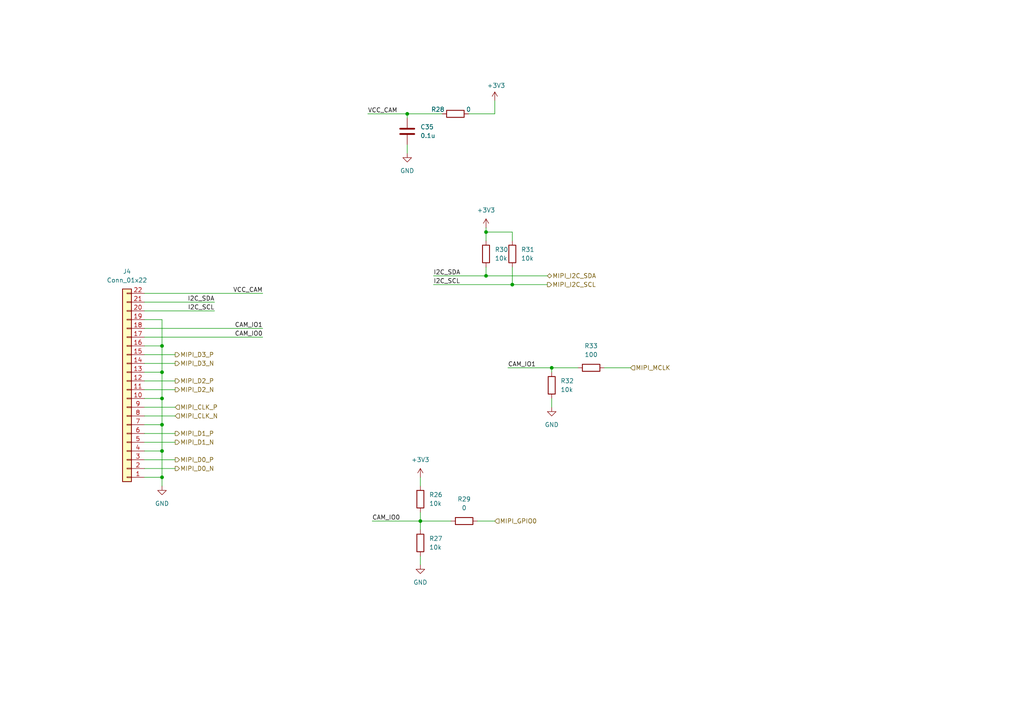
<source format=kicad_sch>
(kicad_sch (version 20211123) (generator eeschema)
  (paper "A4")
  (lib_symbols
    (symbol "Connector_Generic:Conn_01x22" (pin_names (offset 1.016) hide)
      (property "Reference" "J" (at 0 27.94 0))
      (property "Value" "Conn_01x22" (at 0 -30.48 0))
      (symbol "Conn_01x22_1_1"
        (rectangle (start -1.27 -27.813) (end 0 -28.067) (stroke (width 0.1524)))
        (rectangle (start -1.27 -25.273) (end 0 -25.527) (stroke (width 0.1524)))
        (rectangle (start -1.27 -22.733) (end 0 -22.987) (stroke (width 0.1524)))
        (rectangle (start -1.27 -20.193) (end 0 -20.447) (stroke (width 0.1524)))
        (rectangle (start -1.27 -17.653) (end 0 -17.907) (stroke (width 0.1524)))
        (rectangle (start -1.27 -15.113) (end 0 -15.367) (stroke (width 0.1524)))
        (rectangle (start -1.27 -12.573) (end 0 -12.827) (stroke (width 0.1524)))
        (rectangle (start -1.27 -10.033) (end 0 -10.287) (stroke (width 0.1524)))
        (rectangle (start -1.27 -7.493) (end 0 -7.747) (stroke (width 0.1524)))
        (rectangle (start -1.27 -4.953) (end 0 -5.207) (stroke (width 0.1524)))
        (rectangle (start -1.27 -2.413) (end 0 -2.667) (stroke (width 0.1524)))
        (rectangle (start -1.27 0.127) (end 0 -0.127) (stroke (width 0.1524)))
        (rectangle (start -1.27 2.667) (end 0 2.413) (stroke (width 0.1524)))
        (rectangle (start -1.27 5.207) (end 0 4.953) (stroke (width 0.1524)))
        (rectangle (start -1.27 7.747) (end 0 7.493) (stroke (width 0.1524)))
        (rectangle (start -1.27 10.287) (end 0 10.033) (stroke (width 0.1524)))
        (rectangle (start -1.27 12.827) (end 0 12.573) (stroke (width 0.1524)))
        (rectangle (start -1.27 15.367) (end 0 15.113) (stroke (width 0.1524)))
        (rectangle (start -1.27 17.907) (end 0 17.653) (stroke (width 0.1524)))
        (rectangle (start -1.27 20.447) (end 0 20.193) (stroke (width 0.1524)))
        (rectangle (start -1.27 22.987) (end 0 22.733) (stroke (width 0.1524)))
        (rectangle (start -1.27 25.527) (end 0 25.273) (stroke (width 0.1524)))
        (rectangle (start -1.27 26.67) (end 1.27 -29.21) (stroke (width 0.254)) (fill (type background)))
        (pin passive line (at -5.08 25.4 0) (length 3.81) (name "Pin_1") (number "1"))
        (pin passive line (at -5.08 2.54 0) (length 3.81) (name "Pin_10") (number "10"))
        (pin passive line (at -5.08 0 0) (length 3.81) (name "Pin_11") (number "11"))
        (pin passive line (at -5.08 -2.54 0) (length 3.81) (name "Pin_12") (number "12"))
        (pin passive line (at -5.08 -5.08 0) (length 3.81) (name "Pin_13") (number "13"))
        (pin passive line (at -5.08 -7.62 0) (length 3.81) (name "Pin_14") (number "14"))
        (pin passive line (at -5.08 -10.16 0) (length 3.81) (name "Pin_15") (number "15"))
        (pin passive line (at -5.08 -12.7 0) (length 3.81) (name "Pin_16") (number "16"))
        (pin passive line (at -5.08 -15.24 0) (length 3.81) (name "Pin_17") (number "17"))
        (pin passive line (at -5.08 -17.78 0) (length 3.81) (name "Pin_18") (number "18"))
        (pin passive line (at -5.08 -20.32 0) (length 3.81) (name "Pin_19") (number "19"))
        (pin passive line (at -5.08 22.86 0) (length 3.81) (name "Pin_2") (number "2"))
        (pin passive line (at -5.08 -22.86 0) (length 3.81) (name "Pin_20") (number "20"))
        (pin passive line (at -5.08 -25.4 0) (length 3.81) (name "Pin_21") (number "21"))
        (pin passive line (at -5.08 -27.94 0) (length 3.81) (name "Pin_22") (number "22"))
        (pin passive line (at -5.08 20.32 0) (length 3.81) (name "Pin_3") (number "3"))
        (pin passive line (at -5.08 17.78 0) (length 3.81) (name "Pin_4") (number "4"))
        (pin passive line (at -5.08 15.24 0) (length 3.81) (name "Pin_5") (number "5"))
        (pin passive line (at -5.08 12.7 0) (length 3.81) (name "Pin_6") (number "6"))
        (pin passive line (at -5.08 10.16 0) (length 3.81) (name "Pin_7") (number "7"))
        (pin passive line (at -5.08 7.62 0) (length 3.81) (name "Pin_8") (number "8"))
        (pin passive line (at -5.08 5.08 0) (length 3.81) (name "Pin_9") (number "9"))
      )
    )
    (symbol "Device:C" (pin_numbers hide) (pin_names (offset 0.254))
      (property "Reference" "C" (at 0.635 2.54 0))
      (property "Value" "C" (at 0.635 -2.54 0))
      (symbol "C_0_1"
        (polyline (pts (xy -2.032 -0.762) (xy 2.032 -0.762)) (stroke (width 0.508)))
        (polyline (pts (xy -2.032 0.762) (xy 2.032 0.762)) (stroke (width 0.508)))
      )
      (symbol "C_1_1"
        (pin passive line (at 0 3.81 270) (length 2.794) (name "~") (number "1"))
        (pin passive line (at 0 -3.81 90) (length 2.794) (name "~") (number "2"))
      )
    )
    (symbol "Device:R" (pin_numbers hide) (pin_names (offset 0))
      (property "Reference" "R" (at 2.032 0 90))
      (property "Value" "R" (at 0 0 90))
      (symbol "R_0_1"
        (rectangle (start -1.016 -2.54) (end 1.016 2.54) (stroke (width 0.254)))
      )
      (symbol "R_1_1"
        (pin passive line (at 0 3.81 270) (length 1.27) (name "~") (number "1"))
        (pin passive line (at 0 -3.81 90) (length 1.27) (name "~") (number "2"))
      )
    )
    (symbol "power:+3V3" (power) (pin_names (offset 0))
      (property "Value" "+3V3" (at 0 3.556 0))
      (symbol "+3V3_0_1"
        (polyline (pts (xy -0.762 1.27) (xy 0 2.54)))
        (polyline (pts (xy 0 0) (xy 0 2.54)))
        (polyline (pts (xy 0 2.54) (xy 0.762 1.27)))
      )
      (symbol "+3V3_1_1"
        (pin power_in line (at 0 0 90) (length 0) hide (name "+3V3") (number "1"))
      )
    )
    (symbol "power:GND" (power) (pin_names (offset 0))
      (property "Value" "GND" (at 0 -3.81 0))
      (symbol "GND_0_1"
        (polyline (pts (xy 0 0) (xy 0 -1.27) (xy 1.27 -1.27) (xy 0 -2.54) (xy -1.27 -1.27) (xy 0 -1.27)))
      )
      (symbol "GND_1_1"
        (pin power_in line (at 0 0 270) (length 0) hide (name "GND") (number "1"))
      )
    )
  )
  (junction (at 46.99 138.43))
  (junction (at 140.97 67.31))
  (junction (at 46.99 115.57))
  (junction (at 46.99 100.33))
  (junction (at 160.02 106.68))
  (junction (at 140.97 80.01))
  (junction (at 118.11 33.02))
  (junction (at 46.99 107.95))
  (junction (at 46.99 130.81))
  (junction (at 46.99 123.19))
  (junction (at 121.92 151.13))
  (junction (at 148.59 82.55))
  (wire (pts (xy 143.51 33.02) (xy 143.51 29.21)))
  (wire (pts (xy 46.99 123.19) (xy 46.99 130.81)))
  (wire (pts (xy 175.26 106.68) (xy 182.88 106.68)))
  (wire (pts (xy 160.02 106.68) (xy 167.64 106.68)))
  (wire (pts (xy 41.91 92.71) (xy 46.99 92.71)))
  (wire (pts (xy 107.95 151.13) (xy 121.92 151.13)))
  (wire (pts (xy 121.92 151.13) (xy 130.81 151.13)))
  (wire (pts (xy 41.91 87.63) (xy 62.23 87.63)))
  (wire (pts (xy 148.59 67.31) (xy 140.97 67.31)))
  (wire (pts (xy 148.59 69.85) (xy 148.59 67.31)))
  (wire (pts (xy 46.99 107.95) (xy 46.99 115.57)))
  (wire (pts (xy 41.91 105.41) (xy 50.8 105.41)))
  (wire (pts (xy 46.99 115.57) (xy 46.99 123.19)))
  (wire (pts (xy 41.91 125.73) (xy 50.8 125.73)))
  (wire (pts (xy 41.91 95.25) (xy 76.2 95.25)))
  (wire (pts (xy 121.92 138.43) (xy 121.92 140.97)))
  (wire (pts (xy 140.97 77.47) (xy 140.97 80.01)))
  (wire (pts (xy 106.68 33.02) (xy 118.11 33.02)))
  (wire (pts (xy 118.11 33.02) (xy 118.11 34.29)))
  (wire (pts (xy 125.73 82.55) (xy 148.59 82.55)))
  (wire (pts (xy 46.99 138.43) (xy 46.99 140.97)))
  (wire (pts (xy 118.11 41.91) (xy 118.11 44.45)))
  (wire (pts (xy 41.91 130.81) (xy 46.99 130.81)))
  (wire (pts (xy 135.89 33.02) (xy 143.51 33.02)))
  (wire (pts (xy 140.97 67.31) (xy 140.97 69.85)))
  (wire (pts (xy 41.91 102.87) (xy 50.8 102.87)))
  (wire (pts (xy 46.99 92.71) (xy 46.99 100.33)))
  (wire (pts (xy 41.91 118.11) (xy 50.8 118.11)))
  (wire (pts (xy 140.97 66.04) (xy 140.97 67.31)))
  (wire (pts (xy 41.91 90.17) (xy 62.23 90.17)))
  (wire (pts (xy 147.32 106.68) (xy 160.02 106.68)))
  (wire (pts (xy 41.91 113.03) (xy 50.8 113.03)))
  (wire (pts (xy 121.92 161.29) (xy 121.92 163.83)))
  (wire (pts (xy 140.97 80.01) (xy 158.75 80.01)))
  (wire (pts (xy 41.91 135.89) (xy 50.8 135.89)))
  (wire (pts (xy 148.59 77.47) (xy 148.59 82.55)))
  (wire (pts (xy 160.02 115.57) (xy 160.02 118.11)))
  (wire (pts (xy 46.99 130.81) (xy 46.99 138.43)))
  (wire (pts (xy 41.91 138.43) (xy 46.99 138.43)))
  (wire (pts (xy 41.91 110.49) (xy 50.8 110.49)))
  (wire (pts (xy 46.99 100.33) (xy 46.99 107.95)))
  (wire (pts (xy 118.11 33.02) (xy 128.27 33.02)))
  (wire (pts (xy 160.02 107.95) (xy 160.02 106.68)))
  (wire (pts (xy 41.91 120.65) (xy 50.8 120.65)))
  (wire (pts (xy 121.92 148.59) (xy 121.92 151.13)))
  (wire (pts (xy 41.91 107.95) (xy 46.99 107.95)))
  (wire (pts (xy 41.91 128.27) (xy 50.8 128.27)))
  (wire (pts (xy 148.59 82.55) (xy 158.75 82.55)))
  (wire (pts (xy 125.73 80.01) (xy 140.97 80.01)))
  (wire (pts (xy 41.91 85.09) (xy 76.2 85.09)))
  (wire (pts (xy 41.91 133.35) (xy 50.8 133.35)))
  (wire (pts (xy 41.91 100.33) (xy 46.99 100.33)))
  (wire (pts (xy 41.91 123.19) (xy 46.99 123.19)))
  (wire (pts (xy 138.43 151.13) (xy 143.51 151.13)))
  (wire (pts (xy 121.92 153.67) (xy 121.92 151.13)))
  (wire (pts (xy 41.91 97.79) (xy 76.2 97.79)))
  (wire (pts (xy 41.91 115.57) (xy 46.99 115.57)))
  (label "I2C_SCL" (at 125.73 82.55 0))
  (label "VCC_CAM" (at 76.2 85.09 180))
  (label "CAM_IO1" (at 76.2 95.25 180))
  (label "CAM_IO1" (at 147.32 106.68 0))
  (label "I2C_SCL" (at 62.23 90.17 180))
  (label "VCC_CAM" (at 106.68 33.02 0))
  (label "I2C_SDA" (at 125.73 80.01 0))
  (label "I2C_SDA" (at 62.23 87.63 180))
  (label "CAM_IO0" (at 107.95 151.13 0))
  (label "CAM_IO0" (at 76.2 97.79 180))
  (hierarchical_label "MIPI_D0_N" (shape output) (at 50.8 135.89 0))
  (hierarchical_label "MIPI_I2C_SDA" (shape bidirectional) (at 158.75 80.01 0))
  (hierarchical_label "MIPI_D3_P" (shape output) (at 50.8 102.87 0))
  (hierarchical_label "MIPI_CLK_N" (shape input) (at 50.8 120.65 0))
  (hierarchical_label "MIPI_GPIO0" (shape input) (at 143.51 151.13 0))
  (hierarchical_label "MIPI_D1_P" (shape output) (at 50.8 125.73 0))
  (hierarchical_label "MIPI_MCLK" (shape input) (at 182.88 106.68 0))
  (hierarchical_label "MIPI_D0_P" (shape output) (at 50.8 133.35 0))
  (hierarchical_label "MIPI_D3_N" (shape output) (at 50.8 105.41 0))
  (hierarchical_label "MIPI_I2C_SCL" (shape output) (at 158.75 82.55 0))
  (hierarchical_label "MIPI_CLK_P" (shape input) (at 50.8 118.11 0))
  (hierarchical_label "MIPI_D2_P" (shape output) (at 50.8 110.49 0))
  (hierarchical_label "MIPI_D2_N" (shape output) (at 50.8 113.03 0))
  (hierarchical_label "MIPI_D1_N" (shape output) (at 50.8 128.27 0))
  (symbol (lib_id "power:+3V3") (at 143.51 29.21 0) (unit 1)
    (property "Reference" "#PWR0122" (effects hide))
    (property "Value" "+3V3" (at 143.891 24.8158 0))
  )
  (symbol (lib_id "Device:C") (at 118.11 38.1 0) (unit 1)
    (property "Reference" "C35" (at 121.92 36.8299 0) (effects (justify left)))
    (property "Value" "0.1u" (at 121.92 39.3699 0) (effects (justify left)))
    (property "Footprint" "Capacitor_SMD:C_0603_1608Metric" (effects hide))
  )
  (symbol (lib_id "Device:R") (at 171.45 106.68 90) (unit 1)
    (property "Reference" "R33" (at 171.45 100.33 90))
    (property "Value" "100" (at 171.45 102.87 90))
    (property "Footprint" "Resistor_SMD:R_0603_1608Metric" (effects hide))
  )
  (symbol (lib_id "power:GND") (at 121.92 163.83 0) (unit 1)
    (property "Reference" "#PWR094" (effects hide))
    (property "Value" "GND" (at 121.92 168.91 0))
  )
  (symbol (lib_id "Device:R") (at 132.08 33.02 90) (unit 1)
    (property "Reference" "R28" (at 127 31.75 90))
    (property "Value" "0" (at 135.89 31.75 90))
    (property "Footprint" "Resistor_SMD:R_0603_1608Metric" (effects hide))
  )
  (symbol (lib_id "Device:R") (at 134.62 151.13 90) (unit 1)
    (property "Reference" "R29" (at 134.62 144.78 90))
    (property "Value" "0" (at 134.62 147.32 90))
    (property "Footprint" "Resistor_SMD:R_0603_1608Metric" (effects hide))
  )
  (symbol (lib_id "Device:R") (at 140.97 73.66 0) (unit 1)
    (property "Reference" "R30" (at 143.51 72.3899 0) (effects (justify left)))
    (property "Value" "10k" (at 143.51 74.9299 0) (effects (justify left)))
    (property "Footprint" "Resistor_SMD:R_0603_1608Metric" (effects hide))
  )
  (symbol (lib_id "Device:R") (at 148.59 73.66 0) (unit 1)
    (property "Reference" "R31" (at 151.13 72.3899 0) (effects (justify left)))
    (property "Value" "10k" (at 151.13 74.9299 0) (effects (justify left)))
    (property "Footprint" "Resistor_SMD:R_0603_1608Metric" (effects hide))
  )
  (symbol (lib_id "power:+3V3") (at 121.92 138.43 0) (unit 1)
    (property "Reference" "#PWR093" (effects hide))
    (property "Value" "+3V3" (at 121.92 133.35 0))
  )
  (symbol (lib_id "power:GND") (at 118.11 44.45 0) (unit 1)
    (property "Reference" "#PWR092" (effects hide))
    (property "Value" "GND" (at 118.11 49.53 0))
  )
  (symbol (lib_id "Connector_Generic:Conn_01x22") (at 36.83 113.03 180) (unit 1)
    (property "Reference" "J4" (at 36.83 78.74 0))
    (property "Value" "Conn_01x22" (at 36.83 81.28 0))
    (property "Footprint" "Connector_FFC-FPC:Hirose_FH12-22S-0.5SH_1x22-1MP_P0.50mm_Horizontal" (effects hide))
  )
  (symbol (lib_id "Device:R") (at 160.02 111.76 0) (unit 1)
    (property "Reference" "R32" (at 162.56 110.4899 0) (effects (justify left)))
    (property "Value" "10k" (at 162.56 113.0299 0) (effects (justify left)))
    (property "Footprint" "Resistor_SMD:R_0603_1608Metric" (effects hide))
  )
  (symbol (lib_id "Device:R") (at 121.92 144.78 0) (unit 1)
    (property "Reference" "R26" (at 124.46 143.5099 0) (effects (justify left)))
    (property "Value" "10k" (at 124.46 146.0499 0) (effects (justify left)))
    (property "Footprint" "Resistor_SMD:R_0603_1608Metric" (effects hide))
  )
  (symbol (lib_id "power:GND") (at 46.99 140.97 0) (unit 1)
    (property "Reference" "#PWR091" (effects hide))
    (property "Value" "GND" (at 46.99 146.05 0))
  )
  (symbol (lib_id "power:GND") (at 160.02 118.11 0) (unit 1)
    (property "Reference" "#PWR097" (effects hide))
    (property "Value" "GND" (at 160.02 123.19 0))
  )
  (symbol (lib_id "Device:R") (at 121.92 157.48 0) (unit 1)
    (property "Reference" "R27" (at 124.46 156.2099 0) (effects (justify left)))
    (property "Value" "10k" (at 124.46 158.7499 0) (effects (justify left)))
    (property "Footprint" "Resistor_SMD:R_0603_1608Metric" (effects hide))
  )
  (symbol (lib_id "power:+3V3") (at 140.97 66.04 0) (unit 1)
    (property "Reference" "#PWR095" (effects hide))
    (property "Value" "+3V3" (at 140.97 60.96 0))
  )
)
</source>
